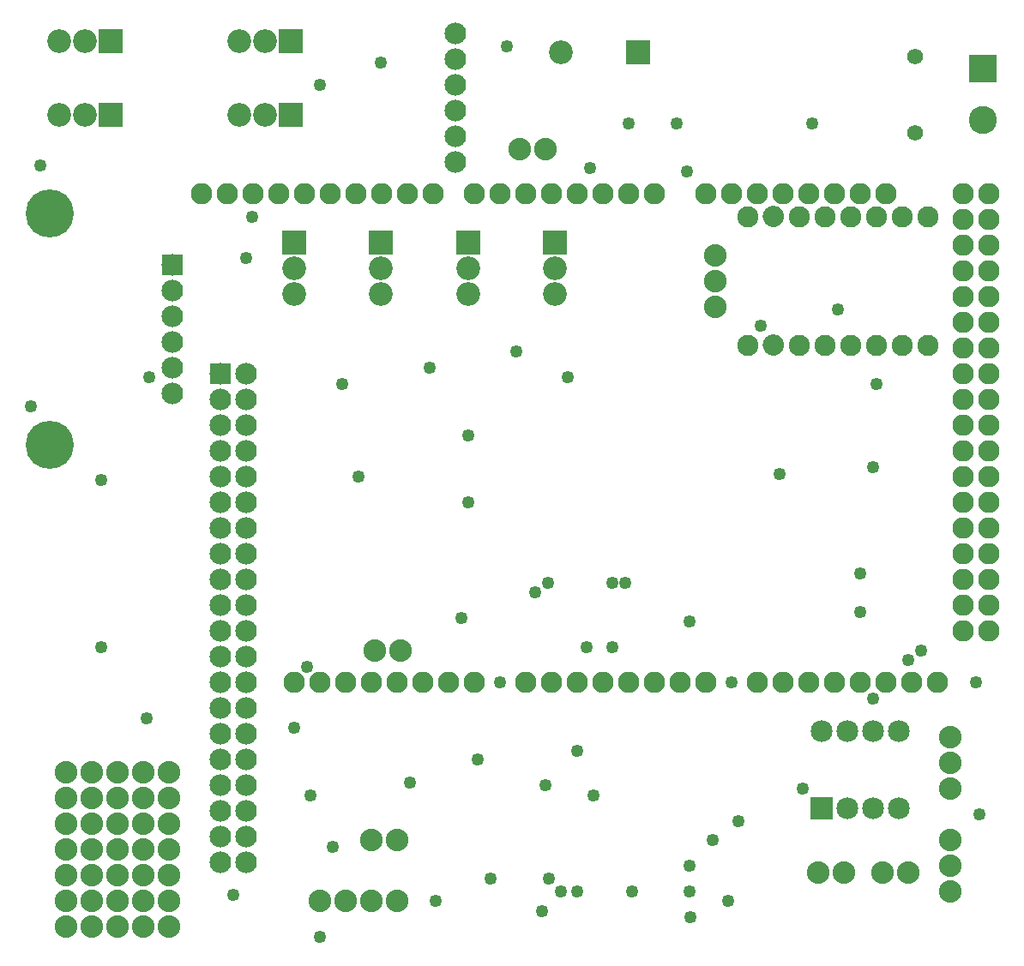
<source format=gbs>
G04 MADE WITH FRITZING*
G04 WWW.FRITZING.ORG*
G04 DOUBLE SIDED*
G04 HOLES PLATED*
G04 CONTOUR ON CENTER OF CONTOUR VECTOR*
%ASAXBY*%
%FSLAX23Y23*%
%MOIN*%
%OFA0B0*%
%SFA1.0B1.0*%
%ADD10C,0.049370*%
%ADD11C,0.082472*%
%ADD12C,0.082445*%
%ADD13C,0.082417*%
%ADD14C,0.084000*%
%ADD15C,0.187165*%
%ADD16C,0.088000*%
%ADD17C,0.085000*%
%ADD18C,0.082917*%
%ADD19C,0.092000*%
%ADD20C,0.061496*%
%ADD21C,0.109055*%
%ADD22R,0.084000X0.084000*%
%ADD23R,0.085000X0.085000*%
%ADD24R,0.092000X0.092000*%
%ADD25R,0.109055X0.109055*%
%ADD26R,0.001000X0.001000*%
%LNMASK0*%
G90*
G70*
G54D10*
X1907Y3645D03*
X3094Y3345D03*
X2607Y3157D03*
X919Y2982D03*
X2244Y732D03*
X2057Y770D03*
X1182Y182D03*
X1632Y320D03*
X1844Y408D03*
X2769Y320D03*
X2807Y632D03*
X3744Y657D03*
X3519Y1295D03*
X3282Y1445D03*
X1419Y3582D03*
X1332Y1970D03*
X1757Y1870D03*
X1757Y2132D03*
X2144Y2357D03*
X1082Y995D03*
X1232Y532D03*
X519Y2357D03*
X332Y1307D03*
G54D11*
X2844Y2482D03*
X3544Y2982D03*
X3444Y2982D03*
X3344Y2982D03*
X3244Y2982D03*
X3144Y2982D03*
G54D12*
X3044Y2982D03*
G54D11*
X2844Y2982D03*
G54D12*
X3544Y2482D03*
G54D13*
X3444Y2482D03*
G54D12*
X3344Y2482D03*
G54D11*
X3244Y2482D03*
G54D12*
X3144Y2482D03*
G54D13*
X3044Y2482D03*
G54D10*
X2707Y557D03*
X2019Y1520D03*
X2232Y3170D03*
X2070Y407D03*
X2569Y3345D03*
X2382Y3345D03*
X57Y2245D03*
G54D14*
X607Y2794D03*
X607Y2694D03*
X607Y2594D03*
X607Y2494D03*
X607Y2394D03*
X607Y2294D03*
G54D10*
X844Y345D03*
X94Y3182D03*
X1144Y732D03*
X2394Y357D03*
X2182Y357D03*
X2119Y357D03*
X2044Y282D03*
X2620Y257D03*
X2619Y357D03*
X2619Y457D03*
X2181Y905D03*
X3469Y1257D03*
X332Y1957D03*
X894Y2820D03*
X3344Y2332D03*
X3282Y1595D03*
X2319Y1557D03*
X2619Y1407D03*
X1794Y870D03*
X1132Y1232D03*
X2219Y1307D03*
X2069Y1557D03*
X2319Y1307D03*
X2369Y1557D03*
X1732Y1420D03*
X3732Y1170D03*
X1532Y782D03*
G54D14*
X1707Y3695D03*
X1707Y3595D03*
X1707Y3495D03*
X1707Y3395D03*
X1707Y3295D03*
X1707Y3195D03*
X1707Y3695D03*
X1707Y3595D03*
X1707Y3495D03*
X1707Y3395D03*
X1707Y3295D03*
X1707Y3195D03*
G54D10*
X3057Y757D03*
G54D15*
X132Y2095D03*
X132Y2995D03*
G54D10*
X1607Y2395D03*
X1944Y2457D03*
X1269Y2332D03*
X1182Y3495D03*
X3332Y1107D03*
X1882Y1170D03*
X507Y1032D03*
X2782Y1170D03*
X3194Y2620D03*
X2969Y1982D03*
X3332Y2007D03*
G54D16*
X594Y220D03*
X494Y220D03*
X394Y220D03*
X294Y220D03*
X194Y220D03*
X594Y820D03*
X494Y820D03*
X394Y820D03*
X294Y820D03*
X194Y820D03*
X194Y620D03*
X294Y620D03*
X394Y620D03*
X494Y620D03*
X494Y320D03*
X494Y420D03*
X194Y320D03*
X194Y420D03*
X294Y320D03*
X294Y420D03*
X394Y320D03*
X394Y420D03*
X594Y320D03*
X594Y420D03*
X1182Y320D03*
X1282Y320D03*
X194Y720D03*
X294Y720D03*
X394Y720D03*
X494Y720D03*
X1482Y320D03*
X494Y520D03*
X594Y520D03*
X1494Y1295D03*
X1394Y1295D03*
X194Y520D03*
X294Y520D03*
X394Y520D03*
X594Y720D03*
X1382Y320D03*
X594Y620D03*
G54D10*
X2894Y2557D03*
G54D17*
X3132Y682D03*
X3132Y982D03*
X3232Y682D03*
X3232Y982D03*
X3332Y682D03*
X3332Y982D03*
X3432Y682D03*
X3432Y982D03*
G54D14*
X894Y2370D03*
X894Y2270D03*
X894Y2170D03*
X894Y2070D03*
X894Y1970D03*
X894Y1870D03*
X894Y1770D03*
X894Y1670D03*
X894Y1570D03*
X894Y1470D03*
X894Y1370D03*
X894Y1270D03*
X894Y1170D03*
X894Y1070D03*
X894Y970D03*
X894Y870D03*
X894Y770D03*
X894Y670D03*
X894Y570D03*
X894Y470D03*
X794Y2370D03*
X794Y2270D03*
X794Y2170D03*
X794Y2070D03*
X794Y1970D03*
X794Y1870D03*
X794Y1770D03*
X794Y1670D03*
X794Y1570D03*
X794Y1470D03*
X794Y1370D03*
X794Y1270D03*
X794Y1170D03*
X794Y1070D03*
X794Y970D03*
X794Y870D03*
X794Y770D03*
X794Y670D03*
X794Y570D03*
X794Y470D03*
G54D18*
X2982Y1170D03*
X1382Y1170D03*
X3082Y1170D03*
X3182Y1170D03*
X3282Y1170D03*
X3382Y1170D03*
X3682Y2570D03*
X3482Y1170D03*
X3582Y1170D03*
X1422Y3070D03*
X1982Y1170D03*
X2082Y1170D03*
X2182Y1170D03*
X2282Y1170D03*
X3682Y1770D03*
X2382Y1170D03*
X2482Y1170D03*
X2582Y1170D03*
X2682Y1170D03*
X2182Y3070D03*
X3682Y2970D03*
X3682Y2170D03*
X3682Y1370D03*
X1022Y3070D03*
X1782Y1170D03*
X1782Y3070D03*
X3682Y2770D03*
X3682Y2370D03*
X3682Y1970D03*
X3382Y3070D03*
X3682Y1570D03*
X3282Y3070D03*
X3182Y3070D03*
X3082Y3070D03*
X2982Y3070D03*
X2882Y3070D03*
X2782Y3070D03*
X2682Y3070D03*
X822Y3070D03*
X1222Y3070D03*
X1622Y3070D03*
X1182Y1170D03*
X1582Y1170D03*
X2382Y3070D03*
X1982Y3070D03*
X3682Y3070D03*
X3682Y2870D03*
X3682Y2670D03*
X3682Y2470D03*
X3682Y2270D03*
X3682Y2070D03*
X3682Y1870D03*
X3682Y1670D03*
X3682Y1470D03*
X722Y3070D03*
X922Y3070D03*
X1122Y3070D03*
X1322Y3070D03*
X1522Y3070D03*
X1082Y1170D03*
X1282Y1170D03*
X1482Y1170D03*
X1682Y1170D03*
X2482Y3070D03*
X2282Y3070D03*
X2082Y3070D03*
X1882Y3070D03*
X3782Y3070D03*
X3782Y2970D03*
X3782Y2870D03*
X3782Y2770D03*
X3782Y2670D03*
X3782Y2570D03*
X3782Y2470D03*
X3782Y2370D03*
X3782Y2270D03*
X3782Y2170D03*
X3782Y2070D03*
X3782Y1970D03*
X3782Y1870D03*
X3782Y1770D03*
X3782Y1670D03*
X3782Y1570D03*
X3782Y1470D03*
X3782Y1370D03*
X2882Y1170D03*
G54D19*
X1419Y2882D03*
X1419Y2782D03*
X1419Y2682D03*
X2094Y2882D03*
X2094Y2782D03*
X2094Y2682D03*
X1757Y2882D03*
X1757Y2782D03*
X1757Y2682D03*
X1082Y2882D03*
X1082Y2782D03*
X1082Y2682D03*
G54D16*
X3632Y357D03*
X3632Y457D03*
X3632Y557D03*
X3632Y957D03*
X3632Y857D03*
X3632Y757D03*
X2057Y3245D03*
X1957Y3245D03*
X2719Y2832D03*
X2719Y2732D03*
X2719Y2632D03*
X3119Y432D03*
X3219Y432D03*
X1482Y557D03*
X1382Y557D03*
X3469Y432D03*
X3369Y432D03*
G54D19*
X2417Y3620D03*
X2119Y3620D03*
G54D20*
X3494Y3307D03*
X3494Y3603D03*
G54D19*
X369Y3377D03*
X269Y3377D03*
X169Y3377D03*
X1069Y3664D03*
X969Y3664D03*
X869Y3664D03*
X369Y3664D03*
X269Y3664D03*
X169Y3664D03*
X1069Y3377D03*
X969Y3377D03*
X869Y3377D03*
G54D21*
X3757Y3557D03*
X3757Y3357D03*
G54D22*
X607Y2794D03*
G54D23*
X3132Y682D03*
G54D22*
X794Y2370D03*
G54D24*
X1419Y2882D03*
X2094Y2882D03*
X1757Y2882D03*
X1082Y2882D03*
X2418Y3620D03*
X369Y3377D03*
X1069Y3664D03*
X369Y3664D03*
X1069Y3377D03*
G54D25*
X3757Y3557D03*
G54D26*
X2943Y3024D02*
X2944Y3024D01*
X2936Y3023D02*
X2952Y3023D01*
X2932Y3022D02*
X2956Y3022D01*
X2929Y3021D02*
X2959Y3021D01*
X2927Y3020D02*
X2961Y3020D01*
X2925Y3019D02*
X2963Y3019D01*
X2923Y3018D02*
X2965Y3018D01*
X2921Y3017D02*
X2966Y3017D01*
X2920Y3016D02*
X2968Y3016D01*
X2919Y3015D02*
X2969Y3015D01*
X2917Y3014D02*
X2970Y3014D01*
X2916Y3013D02*
X2971Y3013D01*
X2915Y3012D02*
X2972Y3012D01*
X2914Y3011D02*
X2973Y3011D01*
X2913Y3010D02*
X2974Y3010D01*
X2913Y3009D02*
X2975Y3009D01*
X2912Y3008D02*
X2976Y3008D01*
X2911Y3007D02*
X2977Y3007D01*
X2910Y3006D02*
X2977Y3006D01*
X2910Y3005D02*
X2978Y3005D01*
X2909Y3004D02*
X2979Y3004D01*
X2908Y3003D02*
X2979Y3003D01*
X2908Y3002D02*
X2980Y3002D01*
X2907Y3001D02*
X2980Y3001D01*
X2907Y3000D02*
X2981Y3000D01*
X2906Y2999D02*
X2981Y2999D01*
X2906Y2998D02*
X2982Y2998D01*
X2906Y2997D02*
X2982Y2997D01*
X2905Y2996D02*
X2982Y2996D01*
X2905Y2995D02*
X2983Y2995D01*
X2905Y2994D02*
X2983Y2994D01*
X2905Y2993D02*
X2983Y2993D01*
X2904Y2992D02*
X2983Y2992D01*
X2904Y2991D02*
X2984Y2991D01*
X2904Y2990D02*
X2984Y2990D01*
X2904Y2989D02*
X2984Y2989D01*
X2904Y2988D02*
X2984Y2988D01*
X2903Y2987D02*
X2984Y2987D01*
X2903Y2986D02*
X2984Y2986D01*
X2903Y2985D02*
X2984Y2985D01*
X2903Y2984D02*
X2985Y2984D01*
X2903Y2983D02*
X2985Y2983D01*
X2903Y2982D02*
X2985Y2982D01*
X2903Y2981D02*
X2984Y2981D01*
X2903Y2980D02*
X2984Y2980D01*
X2903Y2979D02*
X2984Y2979D01*
X2904Y2978D02*
X2984Y2978D01*
X2904Y2977D02*
X2984Y2977D01*
X2904Y2976D02*
X2984Y2976D01*
X2904Y2975D02*
X2984Y2975D01*
X2904Y2974D02*
X2984Y2974D01*
X2904Y2973D02*
X2983Y2973D01*
X2905Y2972D02*
X2983Y2972D01*
X2905Y2971D02*
X2983Y2971D01*
X2905Y2970D02*
X2983Y2970D01*
X2906Y2969D02*
X2982Y2969D01*
X2906Y2968D02*
X2982Y2968D01*
X2906Y2967D02*
X2981Y2967D01*
X2907Y2966D02*
X2981Y2966D01*
X2907Y2965D02*
X2980Y2965D01*
X2908Y2964D02*
X2980Y2964D01*
X2908Y2963D02*
X2979Y2963D01*
X2909Y2962D02*
X2979Y2962D01*
X2909Y2961D02*
X2978Y2961D01*
X2910Y2960D02*
X2978Y2960D01*
X2911Y2959D02*
X2977Y2959D01*
X2912Y2958D02*
X2976Y2958D01*
X2912Y2957D02*
X2975Y2957D01*
X2913Y2956D02*
X2975Y2956D01*
X2914Y2955D02*
X2974Y2955D01*
X2915Y2954D02*
X2973Y2954D01*
X2916Y2953D02*
X2972Y2953D01*
X2917Y2952D02*
X2971Y2952D01*
X2918Y2951D02*
X2970Y2951D01*
X2920Y2950D02*
X2968Y2950D01*
X2921Y2949D02*
X2967Y2949D01*
X2922Y2948D02*
X2965Y2948D01*
X2924Y2947D02*
X2964Y2947D01*
X2926Y2946D02*
X2962Y2946D01*
X2928Y2945D02*
X2960Y2945D01*
X2931Y2944D02*
X2957Y2944D01*
X2934Y2943D02*
X2954Y2943D01*
X2939Y2942D02*
X2949Y2942D01*
X2944Y2524D02*
X2944Y2524D01*
X2936Y2523D02*
X2952Y2523D01*
X2932Y2522D02*
X2956Y2522D01*
X2929Y2521D02*
X2959Y2521D01*
X2927Y2520D02*
X2961Y2520D01*
X2925Y2519D02*
X2963Y2519D01*
X2923Y2518D02*
X2965Y2518D01*
X2921Y2517D02*
X2966Y2517D01*
X2920Y2516D02*
X2968Y2516D01*
X2919Y2515D02*
X2969Y2515D01*
X2918Y2514D02*
X2970Y2514D01*
X2916Y2513D02*
X2971Y2513D01*
X2915Y2512D02*
X2972Y2512D01*
X2914Y2511D02*
X2973Y2511D01*
X2913Y2510D02*
X2974Y2510D01*
X2913Y2509D02*
X2975Y2509D01*
X2912Y2508D02*
X2976Y2508D01*
X2911Y2507D02*
X2977Y2507D01*
X2910Y2506D02*
X2977Y2506D01*
X2910Y2505D02*
X2978Y2505D01*
X2909Y2504D02*
X2979Y2504D01*
X2909Y2503D02*
X2979Y2503D01*
X2908Y2502D02*
X2980Y2502D01*
X2907Y2501D02*
X2980Y2501D01*
X2907Y2500D02*
X2981Y2500D01*
X2906Y2499D02*
X2981Y2499D01*
X2906Y2498D02*
X2982Y2498D01*
X2906Y2497D02*
X2982Y2497D01*
X2905Y2496D02*
X2982Y2496D01*
X2905Y2495D02*
X2983Y2495D01*
X2905Y2494D02*
X2983Y2494D01*
X2905Y2493D02*
X2983Y2493D01*
X2904Y2492D02*
X2983Y2492D01*
X2904Y2491D02*
X2984Y2491D01*
X2904Y2490D02*
X2984Y2490D01*
X2904Y2489D02*
X2984Y2489D01*
X2904Y2488D02*
X2984Y2488D01*
X2903Y2487D02*
X2984Y2487D01*
X2903Y2486D02*
X2984Y2486D01*
X2903Y2485D02*
X2984Y2485D01*
X2903Y2484D02*
X2985Y2484D01*
X2903Y2483D02*
X2985Y2483D01*
X2903Y2482D02*
X2985Y2482D01*
X2903Y2481D02*
X2984Y2481D01*
X2903Y2480D02*
X2984Y2480D01*
X2903Y2479D02*
X2984Y2479D01*
X2904Y2478D02*
X2984Y2478D01*
X2904Y2477D02*
X2984Y2477D01*
X2904Y2476D02*
X2984Y2476D01*
X2904Y2475D02*
X2984Y2475D01*
X2904Y2474D02*
X2984Y2474D01*
X2904Y2473D02*
X2983Y2473D01*
X2905Y2472D02*
X2983Y2472D01*
X2905Y2471D02*
X2983Y2471D01*
X2905Y2470D02*
X2983Y2470D01*
X2906Y2469D02*
X2982Y2469D01*
X2906Y2468D02*
X2982Y2468D01*
X2906Y2467D02*
X2981Y2467D01*
X2907Y2466D02*
X2981Y2466D01*
X2907Y2465D02*
X2980Y2465D01*
X2908Y2464D02*
X2980Y2464D01*
X2908Y2463D02*
X2979Y2463D01*
X2909Y2462D02*
X2979Y2462D01*
X2910Y2461D02*
X2978Y2461D01*
X2910Y2460D02*
X2978Y2460D01*
X2911Y2459D02*
X2977Y2459D01*
X2912Y2458D02*
X2976Y2458D01*
X2912Y2457D02*
X2975Y2457D01*
X2913Y2456D02*
X2975Y2456D01*
X2914Y2455D02*
X2974Y2455D01*
X2915Y2454D02*
X2973Y2454D01*
X2916Y2453D02*
X2972Y2453D01*
X2917Y2452D02*
X2971Y2452D01*
X2918Y2451D02*
X2970Y2451D01*
X2920Y2450D02*
X2968Y2450D01*
X2921Y2449D02*
X2967Y2449D01*
X2922Y2448D02*
X2965Y2448D01*
X2924Y2447D02*
X2964Y2447D01*
X2926Y2446D02*
X2962Y2446D01*
X2928Y2445D02*
X2960Y2445D01*
X2931Y2444D02*
X2957Y2444D01*
X2934Y2443D02*
X2954Y2443D01*
X2939Y2442D02*
X2949Y2442D01*
D02*
G04 End of Mask0*
M02*
</source>
